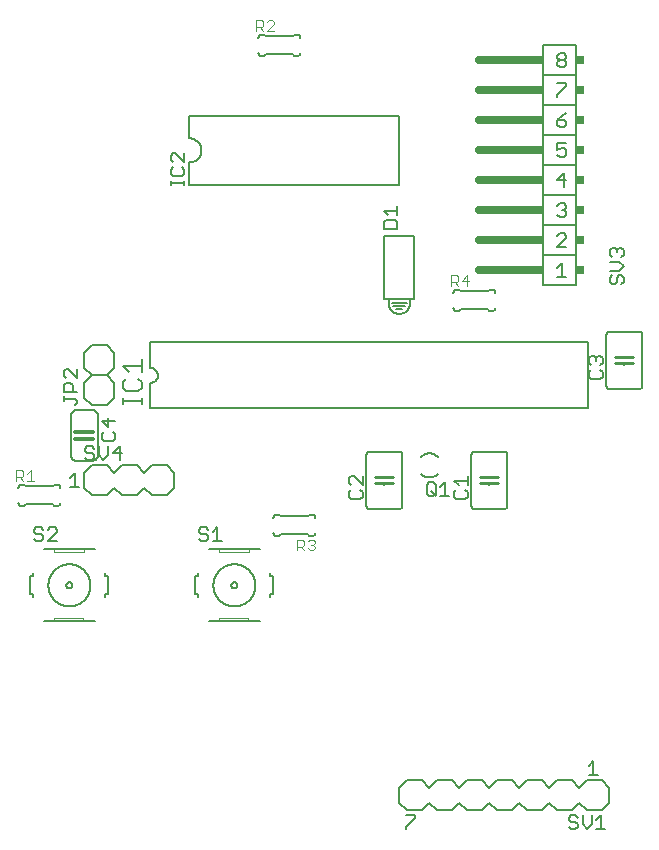
<source format=gto>
G75*
%MOIN*%
%OFA0B0*%
%FSLAX25Y25*%
%IPPOS*%
%LPD*%
%AMOC8*
5,1,8,0,0,1.08239X$1,22.5*
%
%ADD10C,0.00600*%
%ADD11C,0.00700*%
%ADD12C,0.00400*%
%ADD13C,0.00500*%
%ADD14C,0.01000*%
%ADD15C,0.00200*%
%ADD16C,0.02600*%
%ADD17R,0.03000X0.02600*%
%ADD18R,0.02600X0.02600*%
%ADD19C,0.01200*%
D10*
X0024100Y0080600D02*
X0027600Y0080600D01*
X0037100Y0080600D01*
X0041100Y0080600D01*
X0044600Y0088600D02*
X0044600Y0089600D01*
X0045600Y0089600D01*
X0045600Y0095600D01*
X0044600Y0095600D01*
X0044600Y0096600D01*
X0041100Y0104600D02*
X0037600Y0104600D01*
X0027600Y0104600D01*
X0024100Y0104600D01*
X0020600Y0096600D02*
X0020600Y0095600D01*
X0019600Y0095600D01*
X0019600Y0089600D01*
X0020600Y0089600D01*
X0020600Y0088600D01*
X0031600Y0092600D02*
X0031602Y0092663D01*
X0031608Y0092725D01*
X0031618Y0092787D01*
X0031631Y0092849D01*
X0031649Y0092909D01*
X0031670Y0092968D01*
X0031695Y0093026D01*
X0031724Y0093082D01*
X0031756Y0093136D01*
X0031791Y0093188D01*
X0031829Y0093237D01*
X0031871Y0093285D01*
X0031915Y0093329D01*
X0031963Y0093371D01*
X0032012Y0093409D01*
X0032064Y0093444D01*
X0032118Y0093476D01*
X0032174Y0093505D01*
X0032232Y0093530D01*
X0032291Y0093551D01*
X0032351Y0093569D01*
X0032413Y0093582D01*
X0032475Y0093592D01*
X0032537Y0093598D01*
X0032600Y0093600D01*
X0032663Y0093598D01*
X0032725Y0093592D01*
X0032787Y0093582D01*
X0032849Y0093569D01*
X0032909Y0093551D01*
X0032968Y0093530D01*
X0033026Y0093505D01*
X0033082Y0093476D01*
X0033136Y0093444D01*
X0033188Y0093409D01*
X0033237Y0093371D01*
X0033285Y0093329D01*
X0033329Y0093285D01*
X0033371Y0093237D01*
X0033409Y0093188D01*
X0033444Y0093136D01*
X0033476Y0093082D01*
X0033505Y0093026D01*
X0033530Y0092968D01*
X0033551Y0092909D01*
X0033569Y0092849D01*
X0033582Y0092787D01*
X0033592Y0092725D01*
X0033598Y0092663D01*
X0033600Y0092600D01*
X0033598Y0092537D01*
X0033592Y0092475D01*
X0033582Y0092413D01*
X0033569Y0092351D01*
X0033551Y0092291D01*
X0033530Y0092232D01*
X0033505Y0092174D01*
X0033476Y0092118D01*
X0033444Y0092064D01*
X0033409Y0092012D01*
X0033371Y0091963D01*
X0033329Y0091915D01*
X0033285Y0091871D01*
X0033237Y0091829D01*
X0033188Y0091791D01*
X0033136Y0091756D01*
X0033082Y0091724D01*
X0033026Y0091695D01*
X0032968Y0091670D01*
X0032909Y0091649D01*
X0032849Y0091631D01*
X0032787Y0091618D01*
X0032725Y0091608D01*
X0032663Y0091602D01*
X0032600Y0091600D01*
X0032537Y0091602D01*
X0032475Y0091608D01*
X0032413Y0091618D01*
X0032351Y0091631D01*
X0032291Y0091649D01*
X0032232Y0091670D01*
X0032174Y0091695D01*
X0032118Y0091724D01*
X0032064Y0091756D01*
X0032012Y0091791D01*
X0031963Y0091829D01*
X0031915Y0091871D01*
X0031871Y0091915D01*
X0031829Y0091963D01*
X0031791Y0092012D01*
X0031756Y0092064D01*
X0031724Y0092118D01*
X0031695Y0092174D01*
X0031670Y0092232D01*
X0031649Y0092291D01*
X0031631Y0092351D01*
X0031618Y0092413D01*
X0031608Y0092475D01*
X0031602Y0092537D01*
X0031600Y0092600D01*
X0025600Y0092600D02*
X0025602Y0092772D01*
X0025608Y0092943D01*
X0025619Y0093115D01*
X0025634Y0093286D01*
X0025653Y0093457D01*
X0025676Y0093627D01*
X0025703Y0093797D01*
X0025735Y0093966D01*
X0025770Y0094134D01*
X0025810Y0094301D01*
X0025854Y0094467D01*
X0025901Y0094632D01*
X0025953Y0094796D01*
X0026009Y0094958D01*
X0026069Y0095119D01*
X0026133Y0095279D01*
X0026201Y0095437D01*
X0026272Y0095593D01*
X0026347Y0095747D01*
X0026427Y0095900D01*
X0026509Y0096050D01*
X0026596Y0096199D01*
X0026686Y0096345D01*
X0026780Y0096489D01*
X0026877Y0096631D01*
X0026978Y0096770D01*
X0027082Y0096907D01*
X0027189Y0097041D01*
X0027300Y0097172D01*
X0027413Y0097301D01*
X0027530Y0097427D01*
X0027650Y0097550D01*
X0027773Y0097670D01*
X0027899Y0097787D01*
X0028028Y0097900D01*
X0028159Y0098011D01*
X0028293Y0098118D01*
X0028430Y0098222D01*
X0028569Y0098323D01*
X0028711Y0098420D01*
X0028855Y0098514D01*
X0029001Y0098604D01*
X0029150Y0098691D01*
X0029300Y0098773D01*
X0029453Y0098853D01*
X0029607Y0098928D01*
X0029763Y0098999D01*
X0029921Y0099067D01*
X0030081Y0099131D01*
X0030242Y0099191D01*
X0030404Y0099247D01*
X0030568Y0099299D01*
X0030733Y0099346D01*
X0030899Y0099390D01*
X0031066Y0099430D01*
X0031234Y0099465D01*
X0031403Y0099497D01*
X0031573Y0099524D01*
X0031743Y0099547D01*
X0031914Y0099566D01*
X0032085Y0099581D01*
X0032257Y0099592D01*
X0032428Y0099598D01*
X0032600Y0099600D01*
X0032772Y0099598D01*
X0032943Y0099592D01*
X0033115Y0099581D01*
X0033286Y0099566D01*
X0033457Y0099547D01*
X0033627Y0099524D01*
X0033797Y0099497D01*
X0033966Y0099465D01*
X0034134Y0099430D01*
X0034301Y0099390D01*
X0034467Y0099346D01*
X0034632Y0099299D01*
X0034796Y0099247D01*
X0034958Y0099191D01*
X0035119Y0099131D01*
X0035279Y0099067D01*
X0035437Y0098999D01*
X0035593Y0098928D01*
X0035747Y0098853D01*
X0035900Y0098773D01*
X0036050Y0098691D01*
X0036199Y0098604D01*
X0036345Y0098514D01*
X0036489Y0098420D01*
X0036631Y0098323D01*
X0036770Y0098222D01*
X0036907Y0098118D01*
X0037041Y0098011D01*
X0037172Y0097900D01*
X0037301Y0097787D01*
X0037427Y0097670D01*
X0037550Y0097550D01*
X0037670Y0097427D01*
X0037787Y0097301D01*
X0037900Y0097172D01*
X0038011Y0097041D01*
X0038118Y0096907D01*
X0038222Y0096770D01*
X0038323Y0096631D01*
X0038420Y0096489D01*
X0038514Y0096345D01*
X0038604Y0096199D01*
X0038691Y0096050D01*
X0038773Y0095900D01*
X0038853Y0095747D01*
X0038928Y0095593D01*
X0038999Y0095437D01*
X0039067Y0095279D01*
X0039131Y0095119D01*
X0039191Y0094958D01*
X0039247Y0094796D01*
X0039299Y0094632D01*
X0039346Y0094467D01*
X0039390Y0094301D01*
X0039430Y0094134D01*
X0039465Y0093966D01*
X0039497Y0093797D01*
X0039524Y0093627D01*
X0039547Y0093457D01*
X0039566Y0093286D01*
X0039581Y0093115D01*
X0039592Y0092943D01*
X0039598Y0092772D01*
X0039600Y0092600D01*
X0039598Y0092428D01*
X0039592Y0092257D01*
X0039581Y0092085D01*
X0039566Y0091914D01*
X0039547Y0091743D01*
X0039524Y0091573D01*
X0039497Y0091403D01*
X0039465Y0091234D01*
X0039430Y0091066D01*
X0039390Y0090899D01*
X0039346Y0090733D01*
X0039299Y0090568D01*
X0039247Y0090404D01*
X0039191Y0090242D01*
X0039131Y0090081D01*
X0039067Y0089921D01*
X0038999Y0089763D01*
X0038928Y0089607D01*
X0038853Y0089453D01*
X0038773Y0089300D01*
X0038691Y0089150D01*
X0038604Y0089001D01*
X0038514Y0088855D01*
X0038420Y0088711D01*
X0038323Y0088569D01*
X0038222Y0088430D01*
X0038118Y0088293D01*
X0038011Y0088159D01*
X0037900Y0088028D01*
X0037787Y0087899D01*
X0037670Y0087773D01*
X0037550Y0087650D01*
X0037427Y0087530D01*
X0037301Y0087413D01*
X0037172Y0087300D01*
X0037041Y0087189D01*
X0036907Y0087082D01*
X0036770Y0086978D01*
X0036631Y0086877D01*
X0036489Y0086780D01*
X0036345Y0086686D01*
X0036199Y0086596D01*
X0036050Y0086509D01*
X0035900Y0086427D01*
X0035747Y0086347D01*
X0035593Y0086272D01*
X0035437Y0086201D01*
X0035279Y0086133D01*
X0035119Y0086069D01*
X0034958Y0086009D01*
X0034796Y0085953D01*
X0034632Y0085901D01*
X0034467Y0085854D01*
X0034301Y0085810D01*
X0034134Y0085770D01*
X0033966Y0085735D01*
X0033797Y0085703D01*
X0033627Y0085676D01*
X0033457Y0085653D01*
X0033286Y0085634D01*
X0033115Y0085619D01*
X0032943Y0085608D01*
X0032772Y0085602D01*
X0032600Y0085600D01*
X0032428Y0085602D01*
X0032257Y0085608D01*
X0032085Y0085619D01*
X0031914Y0085634D01*
X0031743Y0085653D01*
X0031573Y0085676D01*
X0031403Y0085703D01*
X0031234Y0085735D01*
X0031066Y0085770D01*
X0030899Y0085810D01*
X0030733Y0085854D01*
X0030568Y0085901D01*
X0030404Y0085953D01*
X0030242Y0086009D01*
X0030081Y0086069D01*
X0029921Y0086133D01*
X0029763Y0086201D01*
X0029607Y0086272D01*
X0029453Y0086347D01*
X0029300Y0086427D01*
X0029150Y0086509D01*
X0029001Y0086596D01*
X0028855Y0086686D01*
X0028711Y0086780D01*
X0028569Y0086877D01*
X0028430Y0086978D01*
X0028293Y0087082D01*
X0028159Y0087189D01*
X0028028Y0087300D01*
X0027899Y0087413D01*
X0027773Y0087530D01*
X0027650Y0087650D01*
X0027530Y0087773D01*
X0027413Y0087899D01*
X0027300Y0088028D01*
X0027189Y0088159D01*
X0027082Y0088293D01*
X0026978Y0088430D01*
X0026877Y0088569D01*
X0026780Y0088711D01*
X0026686Y0088855D01*
X0026596Y0089001D01*
X0026509Y0089150D01*
X0026427Y0089300D01*
X0026347Y0089453D01*
X0026272Y0089607D01*
X0026201Y0089763D01*
X0026133Y0089921D01*
X0026069Y0090081D01*
X0026009Y0090242D01*
X0025953Y0090404D01*
X0025901Y0090568D01*
X0025854Y0090733D01*
X0025810Y0090899D01*
X0025770Y0091066D01*
X0025735Y0091234D01*
X0025703Y0091403D01*
X0025676Y0091573D01*
X0025653Y0091743D01*
X0025634Y0091914D01*
X0025619Y0092085D01*
X0025608Y0092257D01*
X0025602Y0092428D01*
X0025600Y0092600D01*
X0027600Y0119100D02*
X0028600Y0119100D01*
X0028660Y0119102D01*
X0028721Y0119107D01*
X0028780Y0119116D01*
X0028839Y0119129D01*
X0028898Y0119145D01*
X0028955Y0119165D01*
X0029010Y0119188D01*
X0029065Y0119215D01*
X0029117Y0119244D01*
X0029168Y0119277D01*
X0029217Y0119313D01*
X0029263Y0119351D01*
X0029307Y0119393D01*
X0029349Y0119437D01*
X0029387Y0119483D01*
X0029423Y0119532D01*
X0029456Y0119583D01*
X0029485Y0119635D01*
X0029512Y0119690D01*
X0029535Y0119745D01*
X0029555Y0119802D01*
X0029571Y0119861D01*
X0029584Y0119920D01*
X0029593Y0119979D01*
X0029598Y0120040D01*
X0029600Y0120100D01*
X0027600Y0119100D02*
X0027100Y0119600D01*
X0018100Y0119600D01*
X0017600Y0119100D01*
X0016600Y0119100D01*
X0016540Y0119102D01*
X0016479Y0119107D01*
X0016420Y0119116D01*
X0016361Y0119129D01*
X0016302Y0119145D01*
X0016245Y0119165D01*
X0016190Y0119188D01*
X0016135Y0119215D01*
X0016083Y0119244D01*
X0016032Y0119277D01*
X0015983Y0119313D01*
X0015937Y0119351D01*
X0015893Y0119393D01*
X0015851Y0119437D01*
X0015813Y0119483D01*
X0015777Y0119532D01*
X0015744Y0119583D01*
X0015715Y0119635D01*
X0015688Y0119690D01*
X0015665Y0119745D01*
X0015645Y0119802D01*
X0015629Y0119861D01*
X0015616Y0119920D01*
X0015607Y0119979D01*
X0015602Y0120040D01*
X0015600Y0120100D01*
X0015600Y0125100D02*
X0015602Y0125160D01*
X0015607Y0125221D01*
X0015616Y0125280D01*
X0015629Y0125339D01*
X0015645Y0125398D01*
X0015665Y0125455D01*
X0015688Y0125510D01*
X0015715Y0125565D01*
X0015744Y0125617D01*
X0015777Y0125668D01*
X0015813Y0125717D01*
X0015851Y0125763D01*
X0015893Y0125807D01*
X0015937Y0125849D01*
X0015983Y0125887D01*
X0016032Y0125923D01*
X0016083Y0125956D01*
X0016135Y0125985D01*
X0016190Y0126012D01*
X0016245Y0126035D01*
X0016302Y0126055D01*
X0016361Y0126071D01*
X0016420Y0126084D01*
X0016479Y0126093D01*
X0016540Y0126098D01*
X0016600Y0126100D01*
X0017600Y0126100D01*
X0018100Y0125600D01*
X0027100Y0125600D01*
X0027600Y0126100D01*
X0028600Y0126100D01*
X0028660Y0126098D01*
X0028721Y0126093D01*
X0028780Y0126084D01*
X0028839Y0126071D01*
X0028898Y0126055D01*
X0028955Y0126035D01*
X0029010Y0126012D01*
X0029065Y0125985D01*
X0029117Y0125956D01*
X0029168Y0125923D01*
X0029217Y0125887D01*
X0029263Y0125849D01*
X0029307Y0125807D01*
X0029349Y0125763D01*
X0029387Y0125717D01*
X0029423Y0125668D01*
X0029456Y0125617D01*
X0029485Y0125565D01*
X0029512Y0125510D01*
X0029535Y0125455D01*
X0029555Y0125398D01*
X0029571Y0125339D01*
X0029584Y0125280D01*
X0029593Y0125221D01*
X0029598Y0125160D01*
X0029600Y0125100D01*
X0035100Y0134100D02*
X0040100Y0134100D01*
X0040100Y0132600D02*
X0037600Y0130100D01*
X0037600Y0125100D01*
X0040100Y0122600D01*
X0045100Y0122600D01*
X0047600Y0125100D01*
X0050100Y0122600D01*
X0055100Y0122600D01*
X0057600Y0125100D01*
X0060100Y0122600D01*
X0065100Y0122600D01*
X0067600Y0125100D01*
X0067600Y0130100D01*
X0065100Y0132600D01*
X0060100Y0132600D01*
X0057600Y0130100D01*
X0055100Y0132600D01*
X0050100Y0132600D01*
X0047600Y0130100D01*
X0045100Y0132600D01*
X0040100Y0132600D01*
X0040100Y0134100D02*
X0040187Y0134102D01*
X0040274Y0134108D01*
X0040361Y0134117D01*
X0040447Y0134130D01*
X0040533Y0134147D01*
X0040618Y0134168D01*
X0040701Y0134193D01*
X0040784Y0134221D01*
X0040865Y0134252D01*
X0040945Y0134287D01*
X0041023Y0134326D01*
X0041100Y0134368D01*
X0041175Y0134413D01*
X0041247Y0134462D01*
X0041318Y0134513D01*
X0041386Y0134568D01*
X0041451Y0134625D01*
X0041514Y0134686D01*
X0041575Y0134749D01*
X0041632Y0134814D01*
X0041687Y0134882D01*
X0041738Y0134953D01*
X0041787Y0135025D01*
X0041832Y0135100D01*
X0041874Y0135177D01*
X0041913Y0135255D01*
X0041948Y0135335D01*
X0041979Y0135416D01*
X0042007Y0135499D01*
X0042032Y0135582D01*
X0042053Y0135667D01*
X0042070Y0135753D01*
X0042083Y0135839D01*
X0042092Y0135926D01*
X0042098Y0136013D01*
X0042100Y0136100D01*
X0042100Y0149100D01*
X0042098Y0149187D01*
X0042092Y0149274D01*
X0042083Y0149361D01*
X0042070Y0149447D01*
X0042053Y0149533D01*
X0042032Y0149618D01*
X0042007Y0149701D01*
X0041979Y0149784D01*
X0041948Y0149865D01*
X0041913Y0149945D01*
X0041874Y0150023D01*
X0041832Y0150100D01*
X0041787Y0150175D01*
X0041738Y0150247D01*
X0041687Y0150318D01*
X0041632Y0150386D01*
X0041575Y0150451D01*
X0041514Y0150514D01*
X0041451Y0150575D01*
X0041386Y0150632D01*
X0041318Y0150687D01*
X0041247Y0150738D01*
X0041175Y0150787D01*
X0041100Y0150832D01*
X0041023Y0150874D01*
X0040945Y0150913D01*
X0040865Y0150948D01*
X0040784Y0150979D01*
X0040701Y0151007D01*
X0040618Y0151032D01*
X0040533Y0151053D01*
X0040447Y0151070D01*
X0040361Y0151083D01*
X0040274Y0151092D01*
X0040187Y0151098D01*
X0040100Y0151100D01*
X0035100Y0151100D01*
X0035013Y0151098D01*
X0034926Y0151092D01*
X0034839Y0151083D01*
X0034753Y0151070D01*
X0034667Y0151053D01*
X0034582Y0151032D01*
X0034499Y0151007D01*
X0034416Y0150979D01*
X0034335Y0150948D01*
X0034255Y0150913D01*
X0034177Y0150874D01*
X0034100Y0150832D01*
X0034025Y0150787D01*
X0033953Y0150738D01*
X0033882Y0150687D01*
X0033814Y0150632D01*
X0033749Y0150575D01*
X0033686Y0150514D01*
X0033625Y0150451D01*
X0033568Y0150386D01*
X0033513Y0150318D01*
X0033462Y0150247D01*
X0033413Y0150175D01*
X0033368Y0150100D01*
X0033326Y0150023D01*
X0033287Y0149945D01*
X0033252Y0149865D01*
X0033221Y0149784D01*
X0033193Y0149701D01*
X0033168Y0149618D01*
X0033147Y0149533D01*
X0033130Y0149447D01*
X0033117Y0149361D01*
X0033108Y0149274D01*
X0033102Y0149187D01*
X0033100Y0149100D01*
X0033100Y0136100D01*
X0033102Y0136013D01*
X0033108Y0135926D01*
X0033117Y0135839D01*
X0033130Y0135753D01*
X0033147Y0135667D01*
X0033168Y0135582D01*
X0033193Y0135499D01*
X0033221Y0135416D01*
X0033252Y0135335D01*
X0033287Y0135255D01*
X0033326Y0135177D01*
X0033368Y0135100D01*
X0033413Y0135025D01*
X0033462Y0134953D01*
X0033513Y0134882D01*
X0033568Y0134814D01*
X0033625Y0134749D01*
X0033686Y0134686D01*
X0033749Y0134625D01*
X0033814Y0134568D01*
X0033882Y0134513D01*
X0033953Y0134462D01*
X0034025Y0134413D01*
X0034100Y0134368D01*
X0034177Y0134326D01*
X0034255Y0134287D01*
X0034335Y0134252D01*
X0034416Y0134221D01*
X0034499Y0134193D01*
X0034582Y0134168D01*
X0034667Y0134147D01*
X0034753Y0134130D01*
X0034839Y0134117D01*
X0034926Y0134108D01*
X0035013Y0134102D01*
X0035100Y0134100D01*
X0040100Y0152600D02*
X0037600Y0155100D01*
X0037600Y0160100D01*
X0040100Y0162600D01*
X0037600Y0165100D01*
X0037600Y0170100D01*
X0040100Y0172600D01*
X0045100Y0172600D01*
X0047600Y0170100D01*
X0047600Y0165100D01*
X0045100Y0162600D01*
X0047600Y0160100D01*
X0047600Y0155100D01*
X0045100Y0152600D01*
X0040100Y0152600D01*
X0040100Y0162600D02*
X0045100Y0162600D01*
X0059600Y0160100D02*
X0059698Y0160102D01*
X0059796Y0160108D01*
X0059894Y0160117D01*
X0059991Y0160131D01*
X0060088Y0160148D01*
X0060184Y0160169D01*
X0060279Y0160194D01*
X0060373Y0160222D01*
X0060465Y0160255D01*
X0060557Y0160290D01*
X0060647Y0160330D01*
X0060735Y0160372D01*
X0060822Y0160419D01*
X0060906Y0160468D01*
X0060989Y0160521D01*
X0061069Y0160577D01*
X0061148Y0160637D01*
X0061224Y0160699D01*
X0061297Y0160764D01*
X0061368Y0160832D01*
X0061436Y0160903D01*
X0061501Y0160976D01*
X0061563Y0161052D01*
X0061623Y0161131D01*
X0061679Y0161211D01*
X0061732Y0161294D01*
X0061781Y0161378D01*
X0061828Y0161465D01*
X0061870Y0161553D01*
X0061910Y0161643D01*
X0061945Y0161735D01*
X0061978Y0161827D01*
X0062006Y0161921D01*
X0062031Y0162016D01*
X0062052Y0162112D01*
X0062069Y0162209D01*
X0062083Y0162306D01*
X0062092Y0162404D01*
X0062098Y0162502D01*
X0062100Y0162600D01*
X0062098Y0162698D01*
X0062092Y0162796D01*
X0062083Y0162894D01*
X0062069Y0162991D01*
X0062052Y0163088D01*
X0062031Y0163184D01*
X0062006Y0163279D01*
X0061978Y0163373D01*
X0061945Y0163465D01*
X0061910Y0163557D01*
X0061870Y0163647D01*
X0061828Y0163735D01*
X0061781Y0163822D01*
X0061732Y0163906D01*
X0061679Y0163989D01*
X0061623Y0164069D01*
X0061563Y0164148D01*
X0061501Y0164224D01*
X0061436Y0164297D01*
X0061368Y0164368D01*
X0061297Y0164436D01*
X0061224Y0164501D01*
X0061148Y0164563D01*
X0061069Y0164623D01*
X0060989Y0164679D01*
X0060906Y0164732D01*
X0060822Y0164781D01*
X0060735Y0164828D01*
X0060647Y0164870D01*
X0060557Y0164910D01*
X0060465Y0164945D01*
X0060373Y0164978D01*
X0060279Y0165006D01*
X0060184Y0165031D01*
X0060088Y0165052D01*
X0059991Y0165069D01*
X0059894Y0165083D01*
X0059796Y0165092D01*
X0059698Y0165098D01*
X0059600Y0165100D01*
X0059600Y0173600D01*
X0205600Y0173600D01*
X0205600Y0151600D01*
X0059600Y0151600D01*
X0059600Y0160100D01*
X0101600Y0116100D02*
X0102600Y0116100D01*
X0103100Y0115600D01*
X0112100Y0115600D01*
X0112600Y0116100D01*
X0113600Y0116100D01*
X0113660Y0116098D01*
X0113721Y0116093D01*
X0113780Y0116084D01*
X0113839Y0116071D01*
X0113898Y0116055D01*
X0113955Y0116035D01*
X0114010Y0116012D01*
X0114065Y0115985D01*
X0114117Y0115956D01*
X0114168Y0115923D01*
X0114217Y0115887D01*
X0114263Y0115849D01*
X0114307Y0115807D01*
X0114349Y0115763D01*
X0114387Y0115717D01*
X0114423Y0115668D01*
X0114456Y0115617D01*
X0114485Y0115565D01*
X0114512Y0115510D01*
X0114535Y0115455D01*
X0114555Y0115398D01*
X0114571Y0115339D01*
X0114584Y0115280D01*
X0114593Y0115221D01*
X0114598Y0115160D01*
X0114600Y0115100D01*
X0114600Y0110100D02*
X0114598Y0110040D01*
X0114593Y0109979D01*
X0114584Y0109920D01*
X0114571Y0109861D01*
X0114555Y0109802D01*
X0114535Y0109745D01*
X0114512Y0109690D01*
X0114485Y0109635D01*
X0114456Y0109583D01*
X0114423Y0109532D01*
X0114387Y0109483D01*
X0114349Y0109437D01*
X0114307Y0109393D01*
X0114263Y0109351D01*
X0114217Y0109313D01*
X0114168Y0109277D01*
X0114117Y0109244D01*
X0114065Y0109215D01*
X0114010Y0109188D01*
X0113955Y0109165D01*
X0113898Y0109145D01*
X0113839Y0109129D01*
X0113780Y0109116D01*
X0113721Y0109107D01*
X0113660Y0109102D01*
X0113600Y0109100D01*
X0112600Y0109100D01*
X0112100Y0109600D01*
X0103100Y0109600D01*
X0102600Y0109100D01*
X0101600Y0109100D01*
X0101540Y0109102D01*
X0101479Y0109107D01*
X0101420Y0109116D01*
X0101361Y0109129D01*
X0101302Y0109145D01*
X0101245Y0109165D01*
X0101190Y0109188D01*
X0101135Y0109215D01*
X0101083Y0109244D01*
X0101032Y0109277D01*
X0100983Y0109313D01*
X0100937Y0109351D01*
X0100893Y0109393D01*
X0100851Y0109437D01*
X0100813Y0109483D01*
X0100777Y0109532D01*
X0100744Y0109583D01*
X0100715Y0109635D01*
X0100688Y0109690D01*
X0100665Y0109745D01*
X0100645Y0109802D01*
X0100629Y0109861D01*
X0100616Y0109920D01*
X0100607Y0109979D01*
X0100602Y0110040D01*
X0100600Y0110100D01*
X0100600Y0115100D02*
X0100602Y0115160D01*
X0100607Y0115221D01*
X0100616Y0115280D01*
X0100629Y0115339D01*
X0100645Y0115398D01*
X0100665Y0115455D01*
X0100688Y0115510D01*
X0100715Y0115565D01*
X0100744Y0115617D01*
X0100777Y0115668D01*
X0100813Y0115717D01*
X0100851Y0115763D01*
X0100893Y0115807D01*
X0100937Y0115849D01*
X0100983Y0115887D01*
X0101032Y0115923D01*
X0101083Y0115956D01*
X0101135Y0115985D01*
X0101190Y0116012D01*
X0101245Y0116035D01*
X0101302Y0116055D01*
X0101361Y0116071D01*
X0101420Y0116084D01*
X0101479Y0116093D01*
X0101540Y0116098D01*
X0101600Y0116100D01*
X0096100Y0104600D02*
X0092600Y0104600D01*
X0082600Y0104600D01*
X0079100Y0104600D01*
X0075600Y0096600D02*
X0075600Y0095600D01*
X0074600Y0095600D01*
X0074600Y0089600D01*
X0075600Y0089600D01*
X0075600Y0088600D01*
X0079100Y0080600D02*
X0082600Y0080600D01*
X0092100Y0080600D01*
X0096100Y0080600D01*
X0099600Y0088600D02*
X0099600Y0089600D01*
X0100600Y0089600D01*
X0100600Y0095600D01*
X0099600Y0095600D01*
X0099600Y0096600D01*
X0086600Y0092600D02*
X0086602Y0092663D01*
X0086608Y0092725D01*
X0086618Y0092787D01*
X0086631Y0092849D01*
X0086649Y0092909D01*
X0086670Y0092968D01*
X0086695Y0093026D01*
X0086724Y0093082D01*
X0086756Y0093136D01*
X0086791Y0093188D01*
X0086829Y0093237D01*
X0086871Y0093285D01*
X0086915Y0093329D01*
X0086963Y0093371D01*
X0087012Y0093409D01*
X0087064Y0093444D01*
X0087118Y0093476D01*
X0087174Y0093505D01*
X0087232Y0093530D01*
X0087291Y0093551D01*
X0087351Y0093569D01*
X0087413Y0093582D01*
X0087475Y0093592D01*
X0087537Y0093598D01*
X0087600Y0093600D01*
X0087663Y0093598D01*
X0087725Y0093592D01*
X0087787Y0093582D01*
X0087849Y0093569D01*
X0087909Y0093551D01*
X0087968Y0093530D01*
X0088026Y0093505D01*
X0088082Y0093476D01*
X0088136Y0093444D01*
X0088188Y0093409D01*
X0088237Y0093371D01*
X0088285Y0093329D01*
X0088329Y0093285D01*
X0088371Y0093237D01*
X0088409Y0093188D01*
X0088444Y0093136D01*
X0088476Y0093082D01*
X0088505Y0093026D01*
X0088530Y0092968D01*
X0088551Y0092909D01*
X0088569Y0092849D01*
X0088582Y0092787D01*
X0088592Y0092725D01*
X0088598Y0092663D01*
X0088600Y0092600D01*
X0088598Y0092537D01*
X0088592Y0092475D01*
X0088582Y0092413D01*
X0088569Y0092351D01*
X0088551Y0092291D01*
X0088530Y0092232D01*
X0088505Y0092174D01*
X0088476Y0092118D01*
X0088444Y0092064D01*
X0088409Y0092012D01*
X0088371Y0091963D01*
X0088329Y0091915D01*
X0088285Y0091871D01*
X0088237Y0091829D01*
X0088188Y0091791D01*
X0088136Y0091756D01*
X0088082Y0091724D01*
X0088026Y0091695D01*
X0087968Y0091670D01*
X0087909Y0091649D01*
X0087849Y0091631D01*
X0087787Y0091618D01*
X0087725Y0091608D01*
X0087663Y0091602D01*
X0087600Y0091600D01*
X0087537Y0091602D01*
X0087475Y0091608D01*
X0087413Y0091618D01*
X0087351Y0091631D01*
X0087291Y0091649D01*
X0087232Y0091670D01*
X0087174Y0091695D01*
X0087118Y0091724D01*
X0087064Y0091756D01*
X0087012Y0091791D01*
X0086963Y0091829D01*
X0086915Y0091871D01*
X0086871Y0091915D01*
X0086829Y0091963D01*
X0086791Y0092012D01*
X0086756Y0092064D01*
X0086724Y0092118D01*
X0086695Y0092174D01*
X0086670Y0092232D01*
X0086649Y0092291D01*
X0086631Y0092351D01*
X0086618Y0092413D01*
X0086608Y0092475D01*
X0086602Y0092537D01*
X0086600Y0092600D01*
X0080600Y0092600D02*
X0080602Y0092772D01*
X0080608Y0092943D01*
X0080619Y0093115D01*
X0080634Y0093286D01*
X0080653Y0093457D01*
X0080676Y0093627D01*
X0080703Y0093797D01*
X0080735Y0093966D01*
X0080770Y0094134D01*
X0080810Y0094301D01*
X0080854Y0094467D01*
X0080901Y0094632D01*
X0080953Y0094796D01*
X0081009Y0094958D01*
X0081069Y0095119D01*
X0081133Y0095279D01*
X0081201Y0095437D01*
X0081272Y0095593D01*
X0081347Y0095747D01*
X0081427Y0095900D01*
X0081509Y0096050D01*
X0081596Y0096199D01*
X0081686Y0096345D01*
X0081780Y0096489D01*
X0081877Y0096631D01*
X0081978Y0096770D01*
X0082082Y0096907D01*
X0082189Y0097041D01*
X0082300Y0097172D01*
X0082413Y0097301D01*
X0082530Y0097427D01*
X0082650Y0097550D01*
X0082773Y0097670D01*
X0082899Y0097787D01*
X0083028Y0097900D01*
X0083159Y0098011D01*
X0083293Y0098118D01*
X0083430Y0098222D01*
X0083569Y0098323D01*
X0083711Y0098420D01*
X0083855Y0098514D01*
X0084001Y0098604D01*
X0084150Y0098691D01*
X0084300Y0098773D01*
X0084453Y0098853D01*
X0084607Y0098928D01*
X0084763Y0098999D01*
X0084921Y0099067D01*
X0085081Y0099131D01*
X0085242Y0099191D01*
X0085404Y0099247D01*
X0085568Y0099299D01*
X0085733Y0099346D01*
X0085899Y0099390D01*
X0086066Y0099430D01*
X0086234Y0099465D01*
X0086403Y0099497D01*
X0086573Y0099524D01*
X0086743Y0099547D01*
X0086914Y0099566D01*
X0087085Y0099581D01*
X0087257Y0099592D01*
X0087428Y0099598D01*
X0087600Y0099600D01*
X0087772Y0099598D01*
X0087943Y0099592D01*
X0088115Y0099581D01*
X0088286Y0099566D01*
X0088457Y0099547D01*
X0088627Y0099524D01*
X0088797Y0099497D01*
X0088966Y0099465D01*
X0089134Y0099430D01*
X0089301Y0099390D01*
X0089467Y0099346D01*
X0089632Y0099299D01*
X0089796Y0099247D01*
X0089958Y0099191D01*
X0090119Y0099131D01*
X0090279Y0099067D01*
X0090437Y0098999D01*
X0090593Y0098928D01*
X0090747Y0098853D01*
X0090900Y0098773D01*
X0091050Y0098691D01*
X0091199Y0098604D01*
X0091345Y0098514D01*
X0091489Y0098420D01*
X0091631Y0098323D01*
X0091770Y0098222D01*
X0091907Y0098118D01*
X0092041Y0098011D01*
X0092172Y0097900D01*
X0092301Y0097787D01*
X0092427Y0097670D01*
X0092550Y0097550D01*
X0092670Y0097427D01*
X0092787Y0097301D01*
X0092900Y0097172D01*
X0093011Y0097041D01*
X0093118Y0096907D01*
X0093222Y0096770D01*
X0093323Y0096631D01*
X0093420Y0096489D01*
X0093514Y0096345D01*
X0093604Y0096199D01*
X0093691Y0096050D01*
X0093773Y0095900D01*
X0093853Y0095747D01*
X0093928Y0095593D01*
X0093999Y0095437D01*
X0094067Y0095279D01*
X0094131Y0095119D01*
X0094191Y0094958D01*
X0094247Y0094796D01*
X0094299Y0094632D01*
X0094346Y0094467D01*
X0094390Y0094301D01*
X0094430Y0094134D01*
X0094465Y0093966D01*
X0094497Y0093797D01*
X0094524Y0093627D01*
X0094547Y0093457D01*
X0094566Y0093286D01*
X0094581Y0093115D01*
X0094592Y0092943D01*
X0094598Y0092772D01*
X0094600Y0092600D01*
X0094598Y0092428D01*
X0094592Y0092257D01*
X0094581Y0092085D01*
X0094566Y0091914D01*
X0094547Y0091743D01*
X0094524Y0091573D01*
X0094497Y0091403D01*
X0094465Y0091234D01*
X0094430Y0091066D01*
X0094390Y0090899D01*
X0094346Y0090733D01*
X0094299Y0090568D01*
X0094247Y0090404D01*
X0094191Y0090242D01*
X0094131Y0090081D01*
X0094067Y0089921D01*
X0093999Y0089763D01*
X0093928Y0089607D01*
X0093853Y0089453D01*
X0093773Y0089300D01*
X0093691Y0089150D01*
X0093604Y0089001D01*
X0093514Y0088855D01*
X0093420Y0088711D01*
X0093323Y0088569D01*
X0093222Y0088430D01*
X0093118Y0088293D01*
X0093011Y0088159D01*
X0092900Y0088028D01*
X0092787Y0087899D01*
X0092670Y0087773D01*
X0092550Y0087650D01*
X0092427Y0087530D01*
X0092301Y0087413D01*
X0092172Y0087300D01*
X0092041Y0087189D01*
X0091907Y0087082D01*
X0091770Y0086978D01*
X0091631Y0086877D01*
X0091489Y0086780D01*
X0091345Y0086686D01*
X0091199Y0086596D01*
X0091050Y0086509D01*
X0090900Y0086427D01*
X0090747Y0086347D01*
X0090593Y0086272D01*
X0090437Y0086201D01*
X0090279Y0086133D01*
X0090119Y0086069D01*
X0089958Y0086009D01*
X0089796Y0085953D01*
X0089632Y0085901D01*
X0089467Y0085854D01*
X0089301Y0085810D01*
X0089134Y0085770D01*
X0088966Y0085735D01*
X0088797Y0085703D01*
X0088627Y0085676D01*
X0088457Y0085653D01*
X0088286Y0085634D01*
X0088115Y0085619D01*
X0087943Y0085608D01*
X0087772Y0085602D01*
X0087600Y0085600D01*
X0087428Y0085602D01*
X0087257Y0085608D01*
X0087085Y0085619D01*
X0086914Y0085634D01*
X0086743Y0085653D01*
X0086573Y0085676D01*
X0086403Y0085703D01*
X0086234Y0085735D01*
X0086066Y0085770D01*
X0085899Y0085810D01*
X0085733Y0085854D01*
X0085568Y0085901D01*
X0085404Y0085953D01*
X0085242Y0086009D01*
X0085081Y0086069D01*
X0084921Y0086133D01*
X0084763Y0086201D01*
X0084607Y0086272D01*
X0084453Y0086347D01*
X0084300Y0086427D01*
X0084150Y0086509D01*
X0084001Y0086596D01*
X0083855Y0086686D01*
X0083711Y0086780D01*
X0083569Y0086877D01*
X0083430Y0086978D01*
X0083293Y0087082D01*
X0083159Y0087189D01*
X0083028Y0087300D01*
X0082899Y0087413D01*
X0082773Y0087530D01*
X0082650Y0087650D01*
X0082530Y0087773D01*
X0082413Y0087899D01*
X0082300Y0088028D01*
X0082189Y0088159D01*
X0082082Y0088293D01*
X0081978Y0088430D01*
X0081877Y0088569D01*
X0081780Y0088711D01*
X0081686Y0088855D01*
X0081596Y0089001D01*
X0081509Y0089150D01*
X0081427Y0089300D01*
X0081347Y0089453D01*
X0081272Y0089607D01*
X0081201Y0089763D01*
X0081133Y0089921D01*
X0081069Y0090081D01*
X0081009Y0090242D01*
X0080953Y0090404D01*
X0080901Y0090568D01*
X0080854Y0090733D01*
X0080810Y0090899D01*
X0080770Y0091066D01*
X0080735Y0091234D01*
X0080703Y0091403D01*
X0080676Y0091573D01*
X0080653Y0091743D01*
X0080634Y0091914D01*
X0080619Y0092085D01*
X0080608Y0092257D01*
X0080602Y0092428D01*
X0080600Y0092600D01*
X0131600Y0119100D02*
X0131600Y0136100D01*
X0131602Y0136160D01*
X0131607Y0136221D01*
X0131616Y0136280D01*
X0131629Y0136339D01*
X0131645Y0136398D01*
X0131665Y0136455D01*
X0131688Y0136510D01*
X0131715Y0136565D01*
X0131744Y0136617D01*
X0131777Y0136668D01*
X0131813Y0136717D01*
X0131851Y0136763D01*
X0131893Y0136807D01*
X0131937Y0136849D01*
X0131983Y0136887D01*
X0132032Y0136923D01*
X0132083Y0136956D01*
X0132135Y0136985D01*
X0132190Y0137012D01*
X0132245Y0137035D01*
X0132302Y0137055D01*
X0132361Y0137071D01*
X0132420Y0137084D01*
X0132479Y0137093D01*
X0132540Y0137098D01*
X0132600Y0137100D01*
X0142600Y0137100D01*
X0142660Y0137098D01*
X0142721Y0137093D01*
X0142780Y0137084D01*
X0142839Y0137071D01*
X0142898Y0137055D01*
X0142955Y0137035D01*
X0143010Y0137012D01*
X0143065Y0136985D01*
X0143117Y0136956D01*
X0143168Y0136923D01*
X0143217Y0136887D01*
X0143263Y0136849D01*
X0143307Y0136807D01*
X0143349Y0136763D01*
X0143387Y0136717D01*
X0143423Y0136668D01*
X0143456Y0136617D01*
X0143485Y0136565D01*
X0143512Y0136510D01*
X0143535Y0136455D01*
X0143555Y0136398D01*
X0143571Y0136339D01*
X0143584Y0136280D01*
X0143593Y0136221D01*
X0143598Y0136160D01*
X0143600Y0136100D01*
X0143600Y0119100D01*
X0143598Y0119040D01*
X0143593Y0118979D01*
X0143584Y0118920D01*
X0143571Y0118861D01*
X0143555Y0118802D01*
X0143535Y0118745D01*
X0143512Y0118690D01*
X0143485Y0118635D01*
X0143456Y0118583D01*
X0143423Y0118532D01*
X0143387Y0118483D01*
X0143349Y0118437D01*
X0143307Y0118393D01*
X0143263Y0118351D01*
X0143217Y0118313D01*
X0143168Y0118277D01*
X0143117Y0118244D01*
X0143065Y0118215D01*
X0143010Y0118188D01*
X0142955Y0118165D01*
X0142898Y0118145D01*
X0142839Y0118129D01*
X0142780Y0118116D01*
X0142721Y0118107D01*
X0142660Y0118102D01*
X0142600Y0118100D01*
X0132600Y0118100D01*
X0132540Y0118102D01*
X0132479Y0118107D01*
X0132420Y0118116D01*
X0132361Y0118129D01*
X0132302Y0118145D01*
X0132245Y0118165D01*
X0132190Y0118188D01*
X0132135Y0118215D01*
X0132083Y0118244D01*
X0132032Y0118277D01*
X0131983Y0118313D01*
X0131937Y0118351D01*
X0131893Y0118393D01*
X0131851Y0118437D01*
X0131813Y0118483D01*
X0131777Y0118532D01*
X0131744Y0118583D01*
X0131715Y0118635D01*
X0131688Y0118690D01*
X0131665Y0118745D01*
X0131645Y0118802D01*
X0131629Y0118861D01*
X0131616Y0118920D01*
X0131607Y0118979D01*
X0131602Y0119040D01*
X0131600Y0119100D01*
X0137600Y0126100D02*
X0137600Y0126600D01*
X0137600Y0128600D02*
X0137600Y0129100D01*
X0152600Y0136600D02*
X0152726Y0136598D01*
X0152851Y0136592D01*
X0152977Y0136582D01*
X0153101Y0136568D01*
X0153226Y0136551D01*
X0153350Y0136529D01*
X0153473Y0136504D01*
X0153595Y0136474D01*
X0153716Y0136441D01*
X0153836Y0136404D01*
X0153955Y0136363D01*
X0154073Y0136319D01*
X0154189Y0136271D01*
X0154303Y0136219D01*
X0154416Y0136164D01*
X0154527Y0136105D01*
X0154636Y0136043D01*
X0154743Y0135977D01*
X0154848Y0135908D01*
X0154951Y0135836D01*
X0155052Y0135761D01*
X0155150Y0135682D01*
X0155245Y0135600D01*
X0155338Y0135516D01*
X0155429Y0135428D01*
X0152600Y0136600D02*
X0152474Y0136598D01*
X0152349Y0136592D01*
X0152223Y0136582D01*
X0152099Y0136568D01*
X0151974Y0136551D01*
X0151850Y0136529D01*
X0151727Y0136504D01*
X0151605Y0136474D01*
X0151484Y0136441D01*
X0151364Y0136404D01*
X0151245Y0136363D01*
X0151127Y0136319D01*
X0151011Y0136271D01*
X0150897Y0136219D01*
X0150784Y0136164D01*
X0150673Y0136105D01*
X0150564Y0136043D01*
X0150457Y0135977D01*
X0150352Y0135908D01*
X0150249Y0135836D01*
X0150148Y0135761D01*
X0150050Y0135682D01*
X0149955Y0135600D01*
X0149862Y0135516D01*
X0149771Y0135428D01*
X0152600Y0128600D02*
X0152726Y0128602D01*
X0152851Y0128608D01*
X0152977Y0128618D01*
X0153101Y0128632D01*
X0153226Y0128649D01*
X0153350Y0128671D01*
X0153473Y0128696D01*
X0153595Y0128726D01*
X0153716Y0128759D01*
X0153836Y0128796D01*
X0153955Y0128837D01*
X0154073Y0128881D01*
X0154189Y0128929D01*
X0154303Y0128981D01*
X0154416Y0129036D01*
X0154527Y0129095D01*
X0154636Y0129157D01*
X0154743Y0129223D01*
X0154848Y0129292D01*
X0154951Y0129364D01*
X0155052Y0129439D01*
X0155150Y0129518D01*
X0155245Y0129600D01*
X0155338Y0129684D01*
X0155429Y0129772D01*
X0152600Y0128600D02*
X0152474Y0128602D01*
X0152349Y0128608D01*
X0152223Y0128618D01*
X0152099Y0128632D01*
X0151974Y0128649D01*
X0151850Y0128671D01*
X0151727Y0128696D01*
X0151605Y0128726D01*
X0151484Y0128759D01*
X0151364Y0128796D01*
X0151245Y0128837D01*
X0151127Y0128881D01*
X0151011Y0128929D01*
X0150897Y0128981D01*
X0150784Y0129036D01*
X0150673Y0129095D01*
X0150564Y0129157D01*
X0150457Y0129223D01*
X0150352Y0129292D01*
X0150249Y0129364D01*
X0150148Y0129439D01*
X0150050Y0129518D01*
X0149955Y0129600D01*
X0149862Y0129684D01*
X0149771Y0129772D01*
X0166600Y0136100D02*
X0166600Y0119100D01*
X0166602Y0119040D01*
X0166607Y0118979D01*
X0166616Y0118920D01*
X0166629Y0118861D01*
X0166645Y0118802D01*
X0166665Y0118745D01*
X0166688Y0118690D01*
X0166715Y0118635D01*
X0166744Y0118583D01*
X0166777Y0118532D01*
X0166813Y0118483D01*
X0166851Y0118437D01*
X0166893Y0118393D01*
X0166937Y0118351D01*
X0166983Y0118313D01*
X0167032Y0118277D01*
X0167083Y0118244D01*
X0167135Y0118215D01*
X0167190Y0118188D01*
X0167245Y0118165D01*
X0167302Y0118145D01*
X0167361Y0118129D01*
X0167420Y0118116D01*
X0167479Y0118107D01*
X0167540Y0118102D01*
X0167600Y0118100D01*
X0177600Y0118100D01*
X0177660Y0118102D01*
X0177721Y0118107D01*
X0177780Y0118116D01*
X0177839Y0118129D01*
X0177898Y0118145D01*
X0177955Y0118165D01*
X0178010Y0118188D01*
X0178065Y0118215D01*
X0178117Y0118244D01*
X0178168Y0118277D01*
X0178217Y0118313D01*
X0178263Y0118351D01*
X0178307Y0118393D01*
X0178349Y0118437D01*
X0178387Y0118483D01*
X0178423Y0118532D01*
X0178456Y0118583D01*
X0178485Y0118635D01*
X0178512Y0118690D01*
X0178535Y0118745D01*
X0178555Y0118802D01*
X0178571Y0118861D01*
X0178584Y0118920D01*
X0178593Y0118979D01*
X0178598Y0119040D01*
X0178600Y0119100D01*
X0178600Y0136100D01*
X0178598Y0136160D01*
X0178593Y0136221D01*
X0178584Y0136280D01*
X0178571Y0136339D01*
X0178555Y0136398D01*
X0178535Y0136455D01*
X0178512Y0136510D01*
X0178485Y0136565D01*
X0178456Y0136617D01*
X0178423Y0136668D01*
X0178387Y0136717D01*
X0178349Y0136763D01*
X0178307Y0136807D01*
X0178263Y0136849D01*
X0178217Y0136887D01*
X0178168Y0136923D01*
X0178117Y0136956D01*
X0178065Y0136985D01*
X0178010Y0137012D01*
X0177955Y0137035D01*
X0177898Y0137055D01*
X0177839Y0137071D01*
X0177780Y0137084D01*
X0177721Y0137093D01*
X0177660Y0137098D01*
X0177600Y0137100D01*
X0167600Y0137100D01*
X0167540Y0137098D01*
X0167479Y0137093D01*
X0167420Y0137084D01*
X0167361Y0137071D01*
X0167302Y0137055D01*
X0167245Y0137035D01*
X0167190Y0137012D01*
X0167135Y0136985D01*
X0167083Y0136956D01*
X0167032Y0136923D01*
X0166983Y0136887D01*
X0166937Y0136849D01*
X0166893Y0136807D01*
X0166851Y0136763D01*
X0166813Y0136717D01*
X0166777Y0136668D01*
X0166744Y0136617D01*
X0166715Y0136565D01*
X0166688Y0136510D01*
X0166665Y0136455D01*
X0166645Y0136398D01*
X0166629Y0136339D01*
X0166616Y0136280D01*
X0166607Y0136221D01*
X0166602Y0136160D01*
X0166600Y0136100D01*
X0172600Y0129100D02*
X0172600Y0128600D01*
X0172600Y0126600D02*
X0172600Y0126100D01*
X0211600Y0159100D02*
X0211600Y0176100D01*
X0211602Y0176160D01*
X0211607Y0176221D01*
X0211616Y0176280D01*
X0211629Y0176339D01*
X0211645Y0176398D01*
X0211665Y0176455D01*
X0211688Y0176510D01*
X0211715Y0176565D01*
X0211744Y0176617D01*
X0211777Y0176668D01*
X0211813Y0176717D01*
X0211851Y0176763D01*
X0211893Y0176807D01*
X0211937Y0176849D01*
X0211983Y0176887D01*
X0212032Y0176923D01*
X0212083Y0176956D01*
X0212135Y0176985D01*
X0212190Y0177012D01*
X0212245Y0177035D01*
X0212302Y0177055D01*
X0212361Y0177071D01*
X0212420Y0177084D01*
X0212479Y0177093D01*
X0212540Y0177098D01*
X0212600Y0177100D01*
X0222600Y0177100D01*
X0222660Y0177098D01*
X0222721Y0177093D01*
X0222780Y0177084D01*
X0222839Y0177071D01*
X0222898Y0177055D01*
X0222955Y0177035D01*
X0223010Y0177012D01*
X0223065Y0176985D01*
X0223117Y0176956D01*
X0223168Y0176923D01*
X0223217Y0176887D01*
X0223263Y0176849D01*
X0223307Y0176807D01*
X0223349Y0176763D01*
X0223387Y0176717D01*
X0223423Y0176668D01*
X0223456Y0176617D01*
X0223485Y0176565D01*
X0223512Y0176510D01*
X0223535Y0176455D01*
X0223555Y0176398D01*
X0223571Y0176339D01*
X0223584Y0176280D01*
X0223593Y0176221D01*
X0223598Y0176160D01*
X0223600Y0176100D01*
X0223600Y0159100D01*
X0223598Y0159040D01*
X0223593Y0158979D01*
X0223584Y0158920D01*
X0223571Y0158861D01*
X0223555Y0158802D01*
X0223535Y0158745D01*
X0223512Y0158690D01*
X0223485Y0158635D01*
X0223456Y0158583D01*
X0223423Y0158532D01*
X0223387Y0158483D01*
X0223349Y0158437D01*
X0223307Y0158393D01*
X0223263Y0158351D01*
X0223217Y0158313D01*
X0223168Y0158277D01*
X0223117Y0158244D01*
X0223065Y0158215D01*
X0223010Y0158188D01*
X0222955Y0158165D01*
X0222898Y0158145D01*
X0222839Y0158129D01*
X0222780Y0158116D01*
X0222721Y0158107D01*
X0222660Y0158102D01*
X0222600Y0158100D01*
X0212600Y0158100D01*
X0212540Y0158102D01*
X0212479Y0158107D01*
X0212420Y0158116D01*
X0212361Y0158129D01*
X0212302Y0158145D01*
X0212245Y0158165D01*
X0212190Y0158188D01*
X0212135Y0158215D01*
X0212083Y0158244D01*
X0212032Y0158277D01*
X0211983Y0158313D01*
X0211937Y0158351D01*
X0211893Y0158393D01*
X0211851Y0158437D01*
X0211813Y0158483D01*
X0211777Y0158532D01*
X0211744Y0158583D01*
X0211715Y0158635D01*
X0211688Y0158690D01*
X0211665Y0158745D01*
X0211645Y0158802D01*
X0211629Y0158861D01*
X0211616Y0158920D01*
X0211607Y0158979D01*
X0211602Y0159040D01*
X0211600Y0159100D01*
X0217600Y0166100D02*
X0217600Y0166600D01*
X0217600Y0168600D02*
X0217600Y0169100D01*
X0201600Y0192600D02*
X0190600Y0192600D01*
X0190600Y0202600D01*
X0190600Y0212600D01*
X0201600Y0212600D01*
X0201600Y0202600D01*
X0201600Y0192600D01*
X0201600Y0202600D02*
X0190600Y0202600D01*
X0190600Y0212600D02*
X0190600Y0222600D01*
X0190600Y0232600D01*
X0190600Y0242600D01*
X0201600Y0242600D01*
X0201600Y0232600D01*
X0201600Y0222600D01*
X0201600Y0212600D01*
X0201600Y0222600D02*
X0190600Y0222600D01*
X0190600Y0232600D02*
X0201600Y0232600D01*
X0201600Y0242600D02*
X0201600Y0252600D01*
X0201600Y0262600D01*
X0190600Y0262600D01*
X0190600Y0252600D01*
X0190600Y0242600D01*
X0190600Y0252600D02*
X0201600Y0252600D01*
X0201600Y0262600D02*
X0201600Y0272600D01*
X0190600Y0272600D01*
X0190600Y0262600D01*
X0147600Y0209100D02*
X0137600Y0209100D01*
X0137600Y0188100D01*
X0139100Y0188100D01*
X0146100Y0188100D01*
X0146100Y0186600D01*
X0145100Y0186600D02*
X0140100Y0186600D01*
X0139100Y0186600D02*
X0139100Y0188100D01*
X0140600Y0185600D02*
X0144600Y0185600D01*
X0143600Y0184600D02*
X0141600Y0184600D01*
X0139100Y0186600D02*
X0139102Y0186482D01*
X0139108Y0186364D01*
X0139118Y0186246D01*
X0139132Y0186129D01*
X0139150Y0186012D01*
X0139172Y0185895D01*
X0139197Y0185780D01*
X0139227Y0185666D01*
X0139261Y0185552D01*
X0139298Y0185440D01*
X0139339Y0185329D01*
X0139384Y0185220D01*
X0139432Y0185112D01*
X0139484Y0185006D01*
X0139540Y0184901D01*
X0139599Y0184799D01*
X0139661Y0184699D01*
X0139727Y0184601D01*
X0139796Y0184505D01*
X0139869Y0184411D01*
X0139944Y0184320D01*
X0140023Y0184232D01*
X0140104Y0184146D01*
X0140189Y0184063D01*
X0140276Y0183983D01*
X0140365Y0183906D01*
X0140458Y0183832D01*
X0140552Y0183762D01*
X0140649Y0183694D01*
X0140749Y0183630D01*
X0140850Y0183569D01*
X0140953Y0183512D01*
X0141059Y0183458D01*
X0141166Y0183407D01*
X0141274Y0183361D01*
X0141384Y0183318D01*
X0141496Y0183279D01*
X0141609Y0183243D01*
X0141723Y0183212D01*
X0141838Y0183184D01*
X0141953Y0183160D01*
X0142070Y0183140D01*
X0142187Y0183124D01*
X0142305Y0183112D01*
X0142423Y0183104D01*
X0142541Y0183100D01*
X0142659Y0183100D01*
X0142777Y0183104D01*
X0142895Y0183112D01*
X0143013Y0183124D01*
X0143130Y0183140D01*
X0143247Y0183160D01*
X0143362Y0183184D01*
X0143477Y0183212D01*
X0143591Y0183243D01*
X0143704Y0183279D01*
X0143816Y0183318D01*
X0143926Y0183361D01*
X0144034Y0183407D01*
X0144141Y0183458D01*
X0144247Y0183512D01*
X0144350Y0183569D01*
X0144451Y0183630D01*
X0144551Y0183694D01*
X0144648Y0183762D01*
X0144742Y0183832D01*
X0144835Y0183906D01*
X0144924Y0183983D01*
X0145011Y0184063D01*
X0145096Y0184146D01*
X0145177Y0184232D01*
X0145256Y0184320D01*
X0145331Y0184411D01*
X0145404Y0184505D01*
X0145473Y0184601D01*
X0145539Y0184699D01*
X0145601Y0184799D01*
X0145660Y0184901D01*
X0145716Y0185006D01*
X0145768Y0185112D01*
X0145816Y0185220D01*
X0145861Y0185329D01*
X0145902Y0185440D01*
X0145939Y0185552D01*
X0145973Y0185666D01*
X0146003Y0185780D01*
X0146028Y0185895D01*
X0146050Y0186012D01*
X0146068Y0186129D01*
X0146082Y0186246D01*
X0146092Y0186364D01*
X0146098Y0186482D01*
X0146100Y0186600D01*
X0146100Y0188100D02*
X0147600Y0188100D01*
X0147600Y0209100D01*
X0142600Y0226100D02*
X0142600Y0249100D01*
X0072600Y0249100D01*
X0072600Y0241600D01*
X0072726Y0241598D01*
X0072851Y0241592D01*
X0072976Y0241582D01*
X0073101Y0241568D01*
X0073226Y0241551D01*
X0073350Y0241529D01*
X0073473Y0241504D01*
X0073595Y0241474D01*
X0073716Y0241441D01*
X0073836Y0241404D01*
X0073955Y0241364D01*
X0074072Y0241319D01*
X0074189Y0241271D01*
X0074303Y0241219D01*
X0074416Y0241164D01*
X0074527Y0241105D01*
X0074636Y0241043D01*
X0074743Y0240977D01*
X0074848Y0240908D01*
X0074951Y0240836D01*
X0075052Y0240761D01*
X0075150Y0240682D01*
X0075245Y0240600D01*
X0075338Y0240516D01*
X0075428Y0240428D01*
X0075516Y0240338D01*
X0075600Y0240245D01*
X0075682Y0240150D01*
X0075761Y0240052D01*
X0075836Y0239951D01*
X0075908Y0239848D01*
X0075977Y0239743D01*
X0076043Y0239636D01*
X0076105Y0239527D01*
X0076164Y0239416D01*
X0076219Y0239303D01*
X0076271Y0239189D01*
X0076319Y0239072D01*
X0076364Y0238955D01*
X0076404Y0238836D01*
X0076441Y0238716D01*
X0076474Y0238595D01*
X0076504Y0238473D01*
X0076529Y0238350D01*
X0076551Y0238226D01*
X0076568Y0238101D01*
X0076582Y0237976D01*
X0076592Y0237851D01*
X0076598Y0237726D01*
X0076600Y0237600D01*
X0076598Y0237474D01*
X0076592Y0237349D01*
X0076582Y0237224D01*
X0076568Y0237099D01*
X0076551Y0236974D01*
X0076529Y0236850D01*
X0076504Y0236727D01*
X0076474Y0236605D01*
X0076441Y0236484D01*
X0076404Y0236364D01*
X0076364Y0236245D01*
X0076319Y0236128D01*
X0076271Y0236011D01*
X0076219Y0235897D01*
X0076164Y0235784D01*
X0076105Y0235673D01*
X0076043Y0235564D01*
X0075977Y0235457D01*
X0075908Y0235352D01*
X0075836Y0235249D01*
X0075761Y0235148D01*
X0075682Y0235050D01*
X0075600Y0234955D01*
X0075516Y0234862D01*
X0075428Y0234772D01*
X0075338Y0234684D01*
X0075245Y0234600D01*
X0075150Y0234518D01*
X0075052Y0234439D01*
X0074951Y0234364D01*
X0074848Y0234292D01*
X0074743Y0234223D01*
X0074636Y0234157D01*
X0074527Y0234095D01*
X0074416Y0234036D01*
X0074303Y0233981D01*
X0074189Y0233929D01*
X0074072Y0233881D01*
X0073955Y0233836D01*
X0073836Y0233796D01*
X0073716Y0233759D01*
X0073595Y0233726D01*
X0073473Y0233696D01*
X0073350Y0233671D01*
X0073226Y0233649D01*
X0073101Y0233632D01*
X0072976Y0233618D01*
X0072851Y0233608D01*
X0072726Y0233602D01*
X0072600Y0233600D01*
X0072600Y0226100D01*
X0142600Y0226100D01*
X0161600Y0191100D02*
X0162600Y0191100D01*
X0163100Y0190600D01*
X0172100Y0190600D01*
X0172600Y0191100D01*
X0173600Y0191100D01*
X0173660Y0191098D01*
X0173721Y0191093D01*
X0173780Y0191084D01*
X0173839Y0191071D01*
X0173898Y0191055D01*
X0173955Y0191035D01*
X0174010Y0191012D01*
X0174065Y0190985D01*
X0174117Y0190956D01*
X0174168Y0190923D01*
X0174217Y0190887D01*
X0174263Y0190849D01*
X0174307Y0190807D01*
X0174349Y0190763D01*
X0174387Y0190717D01*
X0174423Y0190668D01*
X0174456Y0190617D01*
X0174485Y0190565D01*
X0174512Y0190510D01*
X0174535Y0190455D01*
X0174555Y0190398D01*
X0174571Y0190339D01*
X0174584Y0190280D01*
X0174593Y0190221D01*
X0174598Y0190160D01*
X0174600Y0190100D01*
X0174600Y0185100D02*
X0174598Y0185040D01*
X0174593Y0184979D01*
X0174584Y0184920D01*
X0174571Y0184861D01*
X0174555Y0184802D01*
X0174535Y0184745D01*
X0174512Y0184690D01*
X0174485Y0184635D01*
X0174456Y0184583D01*
X0174423Y0184532D01*
X0174387Y0184483D01*
X0174349Y0184437D01*
X0174307Y0184393D01*
X0174263Y0184351D01*
X0174217Y0184313D01*
X0174168Y0184277D01*
X0174117Y0184244D01*
X0174065Y0184215D01*
X0174010Y0184188D01*
X0173955Y0184165D01*
X0173898Y0184145D01*
X0173839Y0184129D01*
X0173780Y0184116D01*
X0173721Y0184107D01*
X0173660Y0184102D01*
X0173600Y0184100D01*
X0172600Y0184100D01*
X0172100Y0184600D01*
X0163100Y0184600D01*
X0162600Y0184100D01*
X0161600Y0184100D01*
X0161540Y0184102D01*
X0161479Y0184107D01*
X0161420Y0184116D01*
X0161361Y0184129D01*
X0161302Y0184145D01*
X0161245Y0184165D01*
X0161190Y0184188D01*
X0161135Y0184215D01*
X0161083Y0184244D01*
X0161032Y0184277D01*
X0160983Y0184313D01*
X0160937Y0184351D01*
X0160893Y0184393D01*
X0160851Y0184437D01*
X0160813Y0184483D01*
X0160777Y0184532D01*
X0160744Y0184583D01*
X0160715Y0184635D01*
X0160688Y0184690D01*
X0160665Y0184745D01*
X0160645Y0184802D01*
X0160629Y0184861D01*
X0160616Y0184920D01*
X0160607Y0184979D01*
X0160602Y0185040D01*
X0160600Y0185100D01*
X0160600Y0190100D02*
X0160602Y0190160D01*
X0160607Y0190221D01*
X0160616Y0190280D01*
X0160629Y0190339D01*
X0160645Y0190398D01*
X0160665Y0190455D01*
X0160688Y0190510D01*
X0160715Y0190565D01*
X0160744Y0190617D01*
X0160777Y0190668D01*
X0160813Y0190717D01*
X0160851Y0190763D01*
X0160893Y0190807D01*
X0160937Y0190849D01*
X0160983Y0190887D01*
X0161032Y0190923D01*
X0161083Y0190956D01*
X0161135Y0190985D01*
X0161190Y0191012D01*
X0161245Y0191035D01*
X0161302Y0191055D01*
X0161361Y0191071D01*
X0161420Y0191084D01*
X0161479Y0191093D01*
X0161540Y0191098D01*
X0161600Y0191100D01*
X0108600Y0269100D02*
X0107600Y0269100D01*
X0107100Y0269600D01*
X0098100Y0269600D01*
X0097600Y0269100D01*
X0096600Y0269100D01*
X0096540Y0269102D01*
X0096479Y0269107D01*
X0096420Y0269116D01*
X0096361Y0269129D01*
X0096302Y0269145D01*
X0096245Y0269165D01*
X0096190Y0269188D01*
X0096135Y0269215D01*
X0096083Y0269244D01*
X0096032Y0269277D01*
X0095983Y0269313D01*
X0095937Y0269351D01*
X0095893Y0269393D01*
X0095851Y0269437D01*
X0095813Y0269483D01*
X0095777Y0269532D01*
X0095744Y0269583D01*
X0095715Y0269635D01*
X0095688Y0269690D01*
X0095665Y0269745D01*
X0095645Y0269802D01*
X0095629Y0269861D01*
X0095616Y0269920D01*
X0095607Y0269979D01*
X0095602Y0270040D01*
X0095600Y0270100D01*
X0095600Y0275100D02*
X0095602Y0275160D01*
X0095607Y0275221D01*
X0095616Y0275280D01*
X0095629Y0275339D01*
X0095645Y0275398D01*
X0095665Y0275455D01*
X0095688Y0275510D01*
X0095715Y0275565D01*
X0095744Y0275617D01*
X0095777Y0275668D01*
X0095813Y0275717D01*
X0095851Y0275763D01*
X0095893Y0275807D01*
X0095937Y0275849D01*
X0095983Y0275887D01*
X0096032Y0275923D01*
X0096083Y0275956D01*
X0096135Y0275985D01*
X0096190Y0276012D01*
X0096245Y0276035D01*
X0096302Y0276055D01*
X0096361Y0276071D01*
X0096420Y0276084D01*
X0096479Y0276093D01*
X0096540Y0276098D01*
X0096600Y0276100D01*
X0097600Y0276100D01*
X0098100Y0275600D01*
X0107100Y0275600D01*
X0107600Y0276100D01*
X0108600Y0276100D01*
X0108660Y0276098D01*
X0108721Y0276093D01*
X0108780Y0276084D01*
X0108839Y0276071D01*
X0108898Y0276055D01*
X0108955Y0276035D01*
X0109010Y0276012D01*
X0109065Y0275985D01*
X0109117Y0275956D01*
X0109168Y0275923D01*
X0109217Y0275887D01*
X0109263Y0275849D01*
X0109307Y0275807D01*
X0109349Y0275763D01*
X0109387Y0275717D01*
X0109423Y0275668D01*
X0109456Y0275617D01*
X0109485Y0275565D01*
X0109512Y0275510D01*
X0109535Y0275455D01*
X0109555Y0275398D01*
X0109571Y0275339D01*
X0109584Y0275280D01*
X0109593Y0275221D01*
X0109598Y0275160D01*
X0109600Y0275100D01*
X0109600Y0270100D02*
X0109598Y0270040D01*
X0109593Y0269979D01*
X0109584Y0269920D01*
X0109571Y0269861D01*
X0109555Y0269802D01*
X0109535Y0269745D01*
X0109512Y0269690D01*
X0109485Y0269635D01*
X0109456Y0269583D01*
X0109423Y0269532D01*
X0109387Y0269483D01*
X0109349Y0269437D01*
X0109307Y0269393D01*
X0109263Y0269351D01*
X0109217Y0269313D01*
X0109168Y0269277D01*
X0109117Y0269244D01*
X0109065Y0269215D01*
X0109010Y0269188D01*
X0108955Y0269165D01*
X0108898Y0269145D01*
X0108839Y0269129D01*
X0108780Y0269116D01*
X0108721Y0269107D01*
X0108660Y0269102D01*
X0108600Y0269100D01*
X0145100Y0027600D02*
X0150100Y0027600D01*
X0152600Y0025100D01*
X0155100Y0027600D01*
X0160100Y0027600D01*
X0162600Y0025100D01*
X0165100Y0027600D01*
X0170100Y0027600D01*
X0172600Y0025100D01*
X0175100Y0027600D01*
X0180100Y0027600D01*
X0182600Y0025100D01*
X0185100Y0027600D01*
X0190100Y0027600D01*
X0192600Y0025100D01*
X0195100Y0027600D01*
X0200100Y0027600D01*
X0202600Y0025100D01*
X0205100Y0027600D01*
X0210100Y0027600D01*
X0212600Y0025100D01*
X0212600Y0020100D01*
X0210100Y0017600D01*
X0205100Y0017600D01*
X0202600Y0020100D01*
X0200100Y0017600D01*
X0195100Y0017600D01*
X0192600Y0020100D01*
X0190100Y0017600D01*
X0185100Y0017600D01*
X0182600Y0020100D01*
X0180100Y0017600D01*
X0175100Y0017600D01*
X0172600Y0020100D01*
X0170100Y0017600D01*
X0165100Y0017600D01*
X0162600Y0020100D01*
X0160100Y0017600D01*
X0155100Y0017600D01*
X0152600Y0020100D01*
X0150100Y0017600D01*
X0145100Y0017600D01*
X0142600Y0020100D01*
X0142600Y0025100D01*
X0145100Y0027600D01*
D11*
X0056650Y0152950D02*
X0056650Y0155052D01*
X0056650Y0154001D02*
X0050345Y0154001D01*
X0050345Y0152950D02*
X0050345Y0155052D01*
X0051396Y0157247D02*
X0050345Y0158298D01*
X0050345Y0160400D01*
X0051396Y0161451D01*
X0052446Y0163692D02*
X0050345Y0165794D01*
X0056650Y0165794D01*
X0056650Y0163692D02*
X0056650Y0167896D01*
X0055599Y0161451D02*
X0056650Y0160400D01*
X0056650Y0158298D01*
X0055599Y0157247D01*
X0051396Y0157247D01*
D12*
X0020826Y0127400D02*
X0018491Y0127400D01*
X0019659Y0127400D02*
X0019659Y0130903D01*
X0018491Y0129735D01*
X0017235Y0129151D02*
X0016651Y0128568D01*
X0014900Y0128568D01*
X0016068Y0128568D02*
X0017235Y0127400D01*
X0017235Y0129151D02*
X0017235Y0130319D01*
X0016651Y0130903D01*
X0014900Y0130903D01*
X0014900Y0127400D01*
X0108518Y0107803D02*
X0108518Y0104300D01*
X0108518Y0105468D02*
X0110269Y0105468D01*
X0110853Y0106051D01*
X0110853Y0107219D01*
X0110269Y0107803D01*
X0108518Y0107803D01*
X0109686Y0105468D02*
X0110853Y0104300D01*
X0112109Y0104884D02*
X0112693Y0104300D01*
X0113860Y0104300D01*
X0114444Y0104884D01*
X0114444Y0105468D01*
X0113860Y0106051D01*
X0113277Y0106051D01*
X0113860Y0106051D02*
X0114444Y0106635D01*
X0114444Y0107219D01*
X0113860Y0107803D01*
X0112693Y0107803D01*
X0112109Y0107219D01*
X0159900Y0192400D02*
X0159900Y0195903D01*
X0161651Y0195903D01*
X0162235Y0195319D01*
X0162235Y0194151D01*
X0161651Y0193568D01*
X0159900Y0193568D01*
X0161068Y0193568D02*
X0162235Y0192400D01*
X0163491Y0194151D02*
X0165826Y0194151D01*
X0165243Y0192400D02*
X0165243Y0195903D01*
X0163491Y0194151D01*
X0100826Y0277400D02*
X0098491Y0277400D01*
X0100826Y0279735D01*
X0100826Y0280319D01*
X0100243Y0280903D01*
X0099075Y0280903D01*
X0098491Y0280319D01*
X0097235Y0280319D02*
X0097235Y0279151D01*
X0096651Y0278568D01*
X0094900Y0278568D01*
X0096068Y0278568D02*
X0097235Y0277400D01*
X0094900Y0277400D02*
X0094900Y0280903D01*
X0096651Y0280903D01*
X0097235Y0280319D01*
D13*
X0070850Y0236526D02*
X0070850Y0233523D01*
X0067847Y0236526D01*
X0067097Y0236526D01*
X0066346Y0235775D01*
X0066346Y0234274D01*
X0067097Y0233523D01*
X0067097Y0231922D02*
X0066346Y0231171D01*
X0066346Y0229670D01*
X0067097Y0228919D01*
X0070099Y0228919D01*
X0070850Y0229670D01*
X0070850Y0231171D01*
X0070099Y0231922D01*
X0070850Y0227351D02*
X0070850Y0225850D01*
X0070850Y0226601D02*
X0066346Y0226601D01*
X0066346Y0227351D02*
X0066346Y0225850D01*
X0035150Y0164760D02*
X0035150Y0161758D01*
X0032147Y0164760D01*
X0031397Y0164760D01*
X0030646Y0164010D01*
X0030646Y0162508D01*
X0031397Y0161758D01*
X0031397Y0160156D02*
X0032898Y0160156D01*
X0033649Y0159406D01*
X0033649Y0157154D01*
X0035150Y0157154D02*
X0030646Y0157154D01*
X0030646Y0159406D01*
X0031397Y0160156D01*
X0030646Y0155553D02*
X0030646Y0154051D01*
X0030646Y0154802D02*
X0034399Y0154802D01*
X0035150Y0154051D01*
X0035150Y0153301D01*
X0034399Y0152550D01*
X0043346Y0147498D02*
X0045598Y0145246D01*
X0045598Y0148249D01*
X0047850Y0147498D02*
X0043346Y0147498D01*
X0044097Y0143645D02*
X0043346Y0142894D01*
X0043346Y0141393D01*
X0044097Y0140642D01*
X0047099Y0140642D01*
X0047850Y0141393D01*
X0047850Y0142894D01*
X0047099Y0143645D01*
X0045456Y0138854D02*
X0045456Y0135851D01*
X0043955Y0134350D01*
X0042454Y0135851D01*
X0042454Y0138854D01*
X0040853Y0138103D02*
X0040102Y0138854D01*
X0038601Y0138854D01*
X0037850Y0138103D01*
X0037850Y0137353D01*
X0038601Y0136602D01*
X0040102Y0136602D01*
X0040853Y0135851D01*
X0040853Y0135101D01*
X0040102Y0134350D01*
X0038601Y0134350D01*
X0037850Y0135101D01*
X0034351Y0129854D02*
X0034351Y0125350D01*
X0032850Y0125350D02*
X0035853Y0125350D01*
X0032850Y0128353D02*
X0034351Y0129854D01*
X0047058Y0136602D02*
X0050060Y0136602D01*
X0049310Y0138854D02*
X0047058Y0136602D01*
X0049310Y0134350D02*
X0049310Y0138854D01*
X0027706Y0111854D02*
X0026205Y0111854D01*
X0025454Y0111103D01*
X0023853Y0111103D02*
X0023102Y0111854D01*
X0021601Y0111854D01*
X0020850Y0111103D01*
X0020850Y0110353D01*
X0021601Y0109602D01*
X0023102Y0109602D01*
X0023853Y0108851D01*
X0023853Y0108101D01*
X0023102Y0107350D01*
X0021601Y0107350D01*
X0020850Y0108101D01*
X0025454Y0107350D02*
X0028456Y0110353D01*
X0028456Y0111103D01*
X0027706Y0111854D01*
X0028456Y0107350D02*
X0025454Y0107350D01*
X0075850Y0108101D02*
X0076601Y0107350D01*
X0078102Y0107350D01*
X0078853Y0108101D01*
X0078853Y0108851D01*
X0078102Y0109602D01*
X0076601Y0109602D01*
X0075850Y0110353D01*
X0075850Y0111103D01*
X0076601Y0111854D01*
X0078102Y0111854D01*
X0078853Y0111103D01*
X0080454Y0110353D02*
X0081955Y0111854D01*
X0081955Y0107350D01*
X0080454Y0107350D02*
X0083456Y0107350D01*
X0125846Y0122101D02*
X0126597Y0121350D01*
X0129599Y0121350D01*
X0130350Y0122101D01*
X0130350Y0123602D01*
X0129599Y0124353D01*
X0130350Y0125954D02*
X0127347Y0128956D01*
X0126597Y0128956D01*
X0125846Y0128206D01*
X0125846Y0126705D01*
X0126597Y0125954D01*
X0126597Y0124353D02*
X0125846Y0123602D01*
X0125846Y0122101D01*
X0130350Y0125954D02*
X0130350Y0128956D01*
X0151642Y0126103D02*
X0151642Y0123101D01*
X0152393Y0122350D01*
X0153894Y0122350D01*
X0154645Y0123101D01*
X0154645Y0126103D01*
X0153894Y0126854D01*
X0152393Y0126854D01*
X0151642Y0126103D01*
X0153143Y0123851D02*
X0154645Y0122350D01*
X0156246Y0122350D02*
X0159249Y0122350D01*
X0157747Y0122350D02*
X0157747Y0126854D01*
X0156246Y0125353D01*
X0160846Y0123602D02*
X0160846Y0122101D01*
X0161597Y0121350D01*
X0164599Y0121350D01*
X0165350Y0122101D01*
X0165350Y0123602D01*
X0164599Y0124353D01*
X0165350Y0125954D02*
X0165350Y0128956D01*
X0165350Y0127455D02*
X0160846Y0127455D01*
X0162347Y0125954D01*
X0161597Y0124353D02*
X0160846Y0123602D01*
X0205846Y0162101D02*
X0206597Y0161350D01*
X0209599Y0161350D01*
X0210350Y0162101D01*
X0210350Y0163602D01*
X0209599Y0164353D01*
X0209599Y0165954D02*
X0210350Y0166705D01*
X0210350Y0168206D01*
X0209599Y0168956D01*
X0208849Y0168956D01*
X0208098Y0168206D01*
X0208098Y0167455D01*
X0208098Y0168206D02*
X0207347Y0168956D01*
X0206597Y0168956D01*
X0205846Y0168206D01*
X0205846Y0166705D01*
X0206597Y0165954D01*
X0206597Y0164353D02*
X0205846Y0163602D01*
X0205846Y0162101D01*
X0213597Y0192850D02*
X0214347Y0192850D01*
X0215098Y0193601D01*
X0215098Y0195102D01*
X0215849Y0195853D01*
X0216599Y0195853D01*
X0217350Y0195102D01*
X0217350Y0193601D01*
X0216599Y0192850D01*
X0215849Y0197454D02*
X0217350Y0198955D01*
X0215849Y0200456D01*
X0212846Y0200456D01*
X0213597Y0202058D02*
X0212846Y0202808D01*
X0212846Y0204310D01*
X0213597Y0205060D01*
X0214347Y0205060D01*
X0215098Y0204310D01*
X0215849Y0205060D01*
X0216599Y0205060D01*
X0217350Y0204310D01*
X0217350Y0202808D01*
X0216599Y0202058D01*
X0215098Y0203559D02*
X0215098Y0204310D01*
X0215849Y0197454D02*
X0212846Y0197454D01*
X0213597Y0195853D02*
X0212846Y0195102D01*
X0212846Y0193601D01*
X0213597Y0192850D01*
X0198249Y0195350D02*
X0195246Y0195350D01*
X0196747Y0195350D02*
X0196747Y0199854D01*
X0195246Y0198353D01*
X0195246Y0205350D02*
X0198249Y0208353D01*
X0198249Y0209103D01*
X0197498Y0209854D01*
X0195997Y0209854D01*
X0195246Y0209103D01*
X0195246Y0205350D02*
X0198249Y0205350D01*
X0197498Y0215350D02*
X0195997Y0215350D01*
X0195246Y0216101D01*
X0196747Y0217602D02*
X0197498Y0217602D01*
X0198249Y0216851D01*
X0198249Y0216101D01*
X0197498Y0215350D01*
X0197498Y0217602D02*
X0198249Y0218353D01*
X0198249Y0219103D01*
X0197498Y0219854D01*
X0195997Y0219854D01*
X0195246Y0219103D01*
X0197498Y0225350D02*
X0197498Y0229854D01*
X0195246Y0227602D01*
X0198249Y0227602D01*
X0197498Y0235350D02*
X0195997Y0235350D01*
X0195246Y0236101D01*
X0195246Y0237602D02*
X0196747Y0238353D01*
X0197498Y0238353D01*
X0198249Y0237602D01*
X0198249Y0236101D01*
X0197498Y0235350D01*
X0195246Y0237602D02*
X0195246Y0239854D01*
X0198249Y0239854D01*
X0197498Y0245350D02*
X0198249Y0246101D01*
X0198249Y0246851D01*
X0197498Y0247602D01*
X0195246Y0247602D01*
X0195246Y0246101D01*
X0195997Y0245350D01*
X0197498Y0245350D01*
X0195246Y0247602D02*
X0196747Y0249103D01*
X0198249Y0249854D01*
X0195246Y0255350D02*
X0195246Y0256101D01*
X0198249Y0259103D01*
X0198249Y0259854D01*
X0195246Y0259854D01*
X0195997Y0265350D02*
X0195246Y0266101D01*
X0195246Y0266851D01*
X0195997Y0267602D01*
X0197498Y0267602D01*
X0198249Y0266851D01*
X0198249Y0266101D01*
X0197498Y0265350D01*
X0195997Y0265350D01*
X0195997Y0267602D02*
X0195246Y0268353D01*
X0195246Y0269103D01*
X0195997Y0269854D01*
X0197498Y0269854D01*
X0198249Y0269103D01*
X0198249Y0268353D01*
X0197498Y0267602D01*
X0141850Y0218956D02*
X0141850Y0215954D01*
X0141850Y0217455D02*
X0137346Y0217455D01*
X0138847Y0215954D01*
X0138097Y0214353D02*
X0137346Y0213602D01*
X0137346Y0211350D01*
X0141850Y0211350D01*
X0141850Y0213602D01*
X0141099Y0214353D01*
X0138097Y0214353D01*
X0207247Y0033854D02*
X0205746Y0032353D01*
X0207247Y0033854D02*
X0207247Y0029350D01*
X0205746Y0029350D02*
X0208749Y0029350D01*
X0209747Y0015854D02*
X0208246Y0014353D01*
X0209747Y0015854D02*
X0209747Y0011350D01*
X0208246Y0011350D02*
X0211249Y0011350D01*
X0206645Y0012851D02*
X0206645Y0015854D01*
X0206645Y0012851D02*
X0205143Y0011350D01*
X0203642Y0012851D01*
X0203642Y0015854D01*
X0202041Y0015103D02*
X0201290Y0015854D01*
X0199789Y0015854D01*
X0199038Y0015103D01*
X0199038Y0014353D01*
X0199789Y0013602D01*
X0201290Y0013602D01*
X0202041Y0012851D01*
X0202041Y0012101D01*
X0201290Y0011350D01*
X0199789Y0011350D01*
X0199038Y0012101D01*
X0147749Y0015103D02*
X0144746Y0012101D01*
X0144746Y0011350D01*
X0144746Y0015854D02*
X0147749Y0015854D01*
X0147749Y0015103D01*
D14*
X0140600Y0126600D02*
X0137600Y0126600D01*
X0134600Y0126600D01*
X0134600Y0128600D02*
X0137600Y0128600D01*
X0140600Y0128600D01*
X0169600Y0128600D02*
X0172600Y0128600D01*
X0175600Y0128600D01*
X0175600Y0126600D02*
X0172600Y0126600D01*
X0169600Y0126600D01*
X0214600Y0166600D02*
X0217600Y0166600D01*
X0220600Y0166600D01*
X0220600Y0168600D02*
X0217600Y0168600D01*
X0214600Y0168600D01*
D15*
X0092600Y0104600D02*
X0092600Y0103600D01*
X0082600Y0103600D01*
X0082600Y0104600D01*
X0082600Y0081600D02*
X0082600Y0080600D01*
X0082600Y0081600D02*
X0092100Y0081600D01*
X0092100Y0080600D01*
X0037100Y0080600D02*
X0037100Y0081600D01*
X0027600Y0081600D01*
X0027600Y0080600D01*
X0027600Y0103600D02*
X0037600Y0103600D01*
X0037600Y0104600D01*
X0027600Y0104600D02*
X0027600Y0103600D01*
D16*
X0169100Y0197600D02*
X0187600Y0197600D01*
X0187600Y0207600D02*
X0169100Y0207600D01*
X0169100Y0217600D02*
X0187600Y0217600D01*
X0187600Y0227600D02*
X0169100Y0227600D01*
X0169100Y0237600D02*
X0187600Y0237600D01*
X0187600Y0247600D02*
X0169100Y0247600D01*
X0169100Y0257600D02*
X0187600Y0257600D01*
X0187600Y0267600D02*
X0169100Y0267600D01*
D17*
X0189100Y0267600D03*
X0189100Y0257600D03*
X0189100Y0247600D03*
X0189100Y0237600D03*
X0189100Y0227600D03*
X0189100Y0217600D03*
X0189100Y0207600D03*
X0189100Y0197600D03*
D18*
X0202900Y0197600D03*
X0202900Y0207600D03*
X0202900Y0217600D03*
X0202900Y0227600D03*
X0202900Y0237600D03*
X0202900Y0247600D03*
X0202900Y0257600D03*
X0202900Y0267600D03*
D19*
X0040600Y0143800D02*
X0034600Y0143800D01*
X0034600Y0141300D02*
X0040600Y0141300D01*
M02*

</source>
